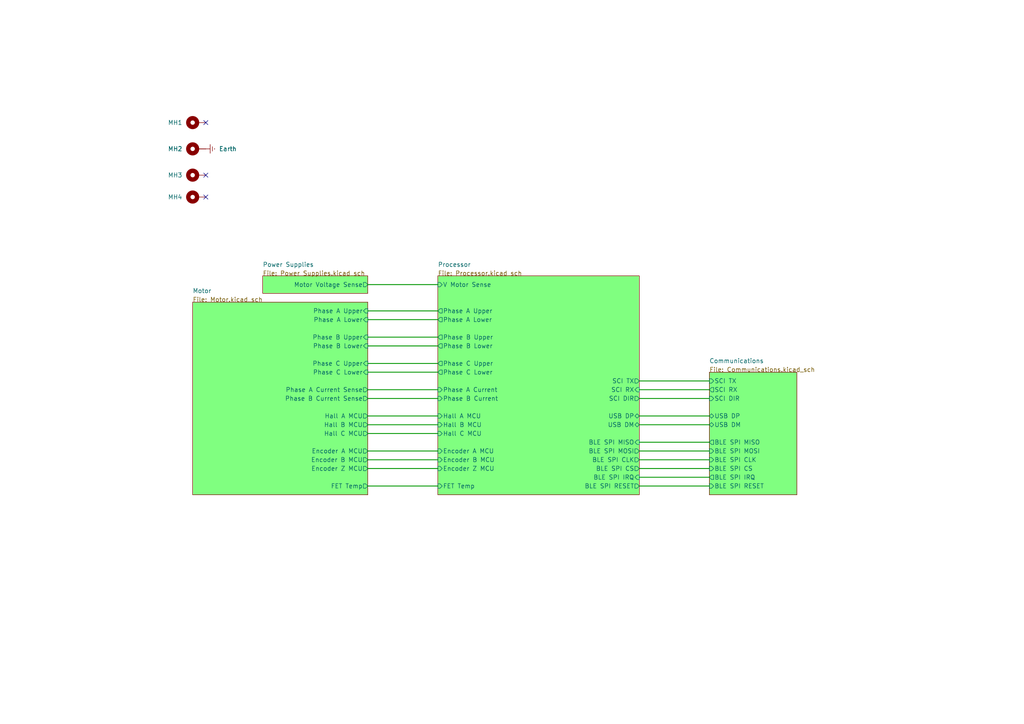
<source format=kicad_sch>
(kicad_sch (version 20231120) (generator "eeschema") (generator_version "8.0")
  (paper "A4")
  (title_block (title "Advanced Motor Controller") (company "Electro Synthetics"))
  (lib_symbols
    (symbol "Mechanical:MountingHole_Pad" (pin_numbers hide) (pin_names (offset 1.016) hide)
      (property "Reference" "H" (at 0 6.35 0))
      (property "Value" "MountingHole_Pad" (at 0 4.445 0))
      (symbol "MountingHole_Pad_0_1"
        (circle (center 0 1.27) (radius 1.27) (stroke (width 1.27)))
      )
      (symbol "MountingHole_Pad_1_1"
        (pin input line (at 0 -2.54 90) (length 2.54) (name "1") (number "1"))
      )
    )
    (symbol "power:Earth" (power) (pin_names (offset 0))
      (symbol "Earth_0_1"
        (polyline (pts (xy -0.635 -1.905) (xy 0.635 -1.905)))
        (polyline (pts (xy -0.127 -2.54) (xy 0.127 -2.54)))
        (polyline (pts (xy 0 -1.27) (xy 0 0)))
        (polyline (pts (xy 1.27 -1.27) (xy -1.27 -1.27)))
      )
      (symbol "Earth_1_1"
        (pin power_in line (at 0 0 270) (length 0) hide (name "Earth") (number "1"))
      )
    )
  )
  (no_connect (at 59.69 35.56))
  (no_connect (at 59.69 50.8))
  (no_connect (at 59.69 57.15))
  (wire (pts (xy 185.42 110.49) (xy 205.74 110.49)) (stroke (width 0.254)))
  (wire (pts (xy 106.68 97.79) (xy 127 97.79)) (stroke (width 0.254)))
  (wire (pts (xy 127 120.65) (xy 106.68 120.65)) (stroke (width 0.254)))
  (wire (pts (xy 106.68 130.81) (xy 127 130.81)) (stroke (width 0.254)))
  (wire (pts (xy 106.68 113.03) (xy 127 113.03)) (stroke (width 0.254)))
  (wire (pts (xy 106.68 140.97) (xy 127 140.97)) (stroke (width 0.254)))
  (wire (pts (xy 205.74 113.03) (xy 185.42 113.03)) (stroke (width 0.254)))
  (wire (pts (xy 127 100.33) (xy 106.68 100.33)) (stroke (width 0.254)))
  (wire (pts (xy 185.42 115.57) (xy 205.74 115.57)) (stroke (width 0.254)))
  (wire (pts (xy 106.68 105.41) (xy 127 105.41)) (stroke (width 0.254)))
  (wire (pts (xy 127 125.73) (xy 106.68 125.73)) (stroke (width 0.254)))
  (wire (pts (xy 185.42 123.19) (xy 205.74 123.19)) (stroke (width 0.254)))
  (wire (pts (xy 205.74 133.35) (xy 185.42 133.35)) (stroke (width 0.254)))
  (wire (pts (xy 185.42 135.89) (xy 205.74 135.89)) (stroke (width 0.254)))
  (wire (pts (xy 205.74 128.27) (xy 185.42 128.27)) (stroke (width 0.254)))
  (wire (pts (xy 106.68 90.17) (xy 127 90.17)) (stroke (width 0.254)))
  (wire (pts (xy 205.74 138.43) (xy 185.42 138.43)) (stroke (width 0.254)))
  (wire (pts (xy 106.68 123.19) (xy 127 123.19)) (stroke (width 0.254)))
  (wire (pts (xy 205.74 120.65) (xy 185.42 120.65)) (stroke (width 0.254)))
  (wire (pts (xy 106.68 82.55) (xy 127 82.55)) (stroke (width 0.254)))
  (wire (pts (xy 127 92.71) (xy 106.68 92.71)) (stroke (width 0.254)))
  (wire (pts (xy 106.68 135.89) (xy 127 135.89)) (stroke (width 0.254)))
  (wire (pts (xy 185.42 130.81) (xy 205.74 130.81)) (stroke (width 0.254)))
  (wire (pts (xy 127 115.57) (xy 106.68 115.57)) (stroke (width 0.254)))
  (wire (pts (xy 185.42 140.97) (xy 205.74 140.97)) (stroke (width 0.254)))
  (wire (pts (xy 127 133.35) (xy 106.68 133.35)) (stroke (width 0.254)))
  (wire (pts (xy 127 107.95) (xy 106.68 107.95)) (stroke (width 0.254)))
  (symbol (lib_id "Mechanical:MountingHole_Pad") (at 57.15 50.8 90) (unit 1)
    (property "Reference" "MH3" (at 50.8 50.8 90))
    (property "Value" "MountingHole" (effects (hide yes)))
    (property "Footprint" "MountingHole:MountingHole_3.2mm_M3_Pad" (effects (hide yes)))
    (property "Manufacturer" "Keystone Electronics" (effects (hide yes)))
    (property "Manufacturer Part Number" "3480" (effects (hide yes)))
    (property "Supplier 1" "Digi-Key" (effects (hide yes)))
    (property "Supplier Part Number 1" "36-3480-ND" (effects (hide yes)))
  )
  (symbol (lib_id "power:Earth") (at 59.69 43.18 90) (unit 1)
    (property "Reference" "#PWR0101" (effects (hide yes)))
    (property "Value" "Earth" (at 63.5 43.1799 90) (effects (justify right)))
  )
  (symbol (lib_id "Mechanical:MountingHole_Pad") (at 57.15 35.56 90) (unit 1)
    (property "Reference" "MH1" (at 50.8 35.56 90))
    (property "Value" "MountingHole" (effects (hide yes)))
    (property "Footprint" "MountingHole:MountingHole_3.2mm_M3_Pad" (effects (hide yes)))
    (property "Manufacturer" "Keystone Electronics" (effects (hide yes)))
    (property "Manufacturer Part Number" "3480" (effects (hide yes)))
    (property "Supplier 1" "Digi-Key" (effects (hide yes)))
    (property "Supplier Part Number 1" "36-3480-ND" (effects (hide yes)))
  )
  (symbol (lib_id "Mechanical:MountingHole_Pad") (at 57.15 57.15 90) (unit 1)
    (property "Reference" "MH4" (at 50.8 57.15 90))
    (property "Value" "MountingHole" (effects (hide yes)))
    (property "Footprint" "MountingHole:MountingHole_3.2mm_M3_Pad" (effects (hide yes)))
    (property "Manufacturer" "Keystone Electronics" (effects (hide yes)))
    (property "Manufacturer Part Number" "3480" (effects (hide yes)))
    (property "Supplier 1" "Digi-Key" (effects (hide yes)))
    (property "Supplier Part Number 1" "36-3480-ND" (effects (hide yes)))
  )
  (symbol (lib_id "Mechanical:MountingHole_Pad") (at 57.15 43.18 90) (unit 1)
    (property "Reference" "MH2" (at 50.8 43.18 90))
    (property "Value" "MountingHole_Pad" (effects (hide yes)))
    (property "Footprint" "MountingHole:MountingHole_3.2mm_M3_Pad" (effects (hide yes)))
    (property "Datasheet" "https://www.keyelco.com/userAssets/file/M65p75.pdf" (effects (hide yes)))
    (property "Manufacturer" "Keystone Electronics" (effects (hide yes)))
    (property "Manufacturer Part Number" "3480" (effects (hide yes)))
    (property "Supplier 1" "Digi-Key" (effects (hide yes)))
    (property "Supplier Part Number 1" "36-3480-ND" (effects (hide yes)))
  )
  (sheet (at 127 80.01) (size 58.42 63.5) (stroke (width 0) (color 128 0 0 1)) (fill (color 128 255 128 1.0000))
    (property "Sheetname" "Processor" (at 127 77.47 0) (effects (justify left bottom)))
    (property "Sheetfile" "Processor.kicad_sch" (at 127 80.01 0) (effects (justify left bottom)))
    (pin "Phase B Current" input (at 127 115.57 180))
    (pin "Phase A Current" input (at 127 113.03 180))
    (pin "Phase C Lower" output (at 127 107.95 180))
    (pin "Phase C Upper" output (at 127 105.41 180))
    (pin "Phase B Lower" output (at 127 100.33 180))
    (pin "Phase A Lower" output (at 127 92.71 180))
    (pin "FET Temp" input (at 127 140.97 180))
    (pin "Phase B Upper" output (at 127 97.79 180))
    (pin "Phase A Upper" output (at 127 90.17 180))
    (pin "SCI DIR" output (at 185.42 115.57 0))
    (pin "SCI TX" output (at 185.42 110.49 0))
    (pin "SCI RX" input (at 185.42 113.03 0))
    (pin "V Motor Sense" input (at 127 82.55 180))
    (pin "Hall B MCU" input (at 127 123.19 180))
    (pin "Hall A MCU" input (at 127 120.65 180))
    (pin "Hall C MCU" input (at 127 125.73 180))
    (pin "USB DP" bidirectional (at 185.42 120.65 0))
    (pin "USB DM" bidirectional (at 185.42 123.19 0))
    (pin "BLE SPI RESET" output (at 185.42 140.97 0))
    (pin "BLE SPI IRQ" input (at 185.42 138.43 0))
    (pin "BLE SPI CS" output (at 185.42 135.89 0))
    (pin "BLE SPI CLK" output (at 185.42 133.35 0))
    (pin "BLE SPI MISO" input (at 185.42 128.27 0))
    (pin "BLE SPI MOSI" output (at 185.42 130.81 0))
    (pin "Encoder B MCU" input (at 127 133.35 180))
    (pin "Encoder A MCU" input (at 127 130.81 180))
    (pin "Encoder Z MCU" input (at 127 135.89 180))
  )
  (sheet (at 205.74 107.95) (size 25.4 35.56) (stroke (width 0) (color 128 0 0 1)) (fill (color 128 255 128 1.0000))
    (property "Sheetname" "Communications" (at 205.74 105.41 0) (effects (justify left bottom)))
    (property "Sheetfile" "Communications.kicad_sch" (at 205.74 107.95 0) (effects (justify left bottom)))
    (pin "SCI DIR" input (at 205.74 115.57 180))
    (pin "SCI TX" input (at 205.74 110.49 180))
    (pin "SCI RX" output (at 205.74 113.03 180))
    (pin "BLE SPI MOSI" input (at 205.74 130.81 180))
    (pin "BLE SPI MISO" output (at 205.74 128.27 180))
    (pin "BLE SPI IRQ" output (at 205.74 138.43 180))
    (pin "USB DM" bidirectional (at 205.74 123.19 180))
    (pin "USB DP" bidirectional (at 205.74 120.65 180))
    (pin "BLE SPI CLK" input (at 205.74 133.35 180))
    (pin "BLE SPI CS" input (at 205.74 135.89 180))
    (pin "BLE SPI RESET" input (at 205.74 140.97 180))
  )
  (sheet (at 55.88 87.63) (size 50.8 55.88) (stroke (width 0) (color 128 0 0 1)) (fill (color 128 255 128 1.0000))
    (property "Sheetname" "Motor" (at 55.88 85.09 0) (effects (justify left bottom)))
    (property "Sheetfile" "Motor.kicad_sch" (at 55.88 87.63 0) (effects (justify left bottom)))
    (pin "Phase A Upper" input (at 106.68 90.17 0))
    (pin "Phase C Lower" input (at 106.68 107.95 0))
    (pin "Phase C Upper" input (at 106.68 105.41 0))
    (pin "FET Temp" output (at 106.68 140.97 0))
    (pin "Phase A Lower" input (at 106.68 92.71 0))
    (pin "Phase B Upper" input (at 106.68 97.79 0))
    (pin "Phase B Lower" input (at 106.68 100.33 0))
    (pin "Hall C MCU" output (at 106.68 125.73 0))
    (pin "Encoder A MCU" output (at 106.68 130.81 0))
    (pin "Hall A MCU" output (at 106.68 120.65 0))
    (pin "Encoder B MCU" output (at 106.68 133.35 0))
    (pin "Encoder Z MCU" output (at 106.68 135.89 0))
    (pin "Hall B MCU" output (at 106.68 123.19 0))
    (pin "Phase B Current Sense" output (at 106.68 115.57 0))
    (pin "Phase A Current Sense" output (at 106.68 113.03 0))
  )
  (sheet (at 76.2 80.01) (size 30.48 5.08) (stroke (width 0) (color 128 0 0 1)) (fill (color 128 255 128 1.0000))
    (property "Sheetname" "Power Supplies" (at 76.2 77.47 0) (effects (justify left bottom)))
    (property "Sheetfile" "Power Supplies.kicad_sch" (at 76.2 80.01 0) (effects (justify left bottom)))
    (pin "Motor Voltage Sense" output (at 106.68 82.55 0))
  )
)
</source>
